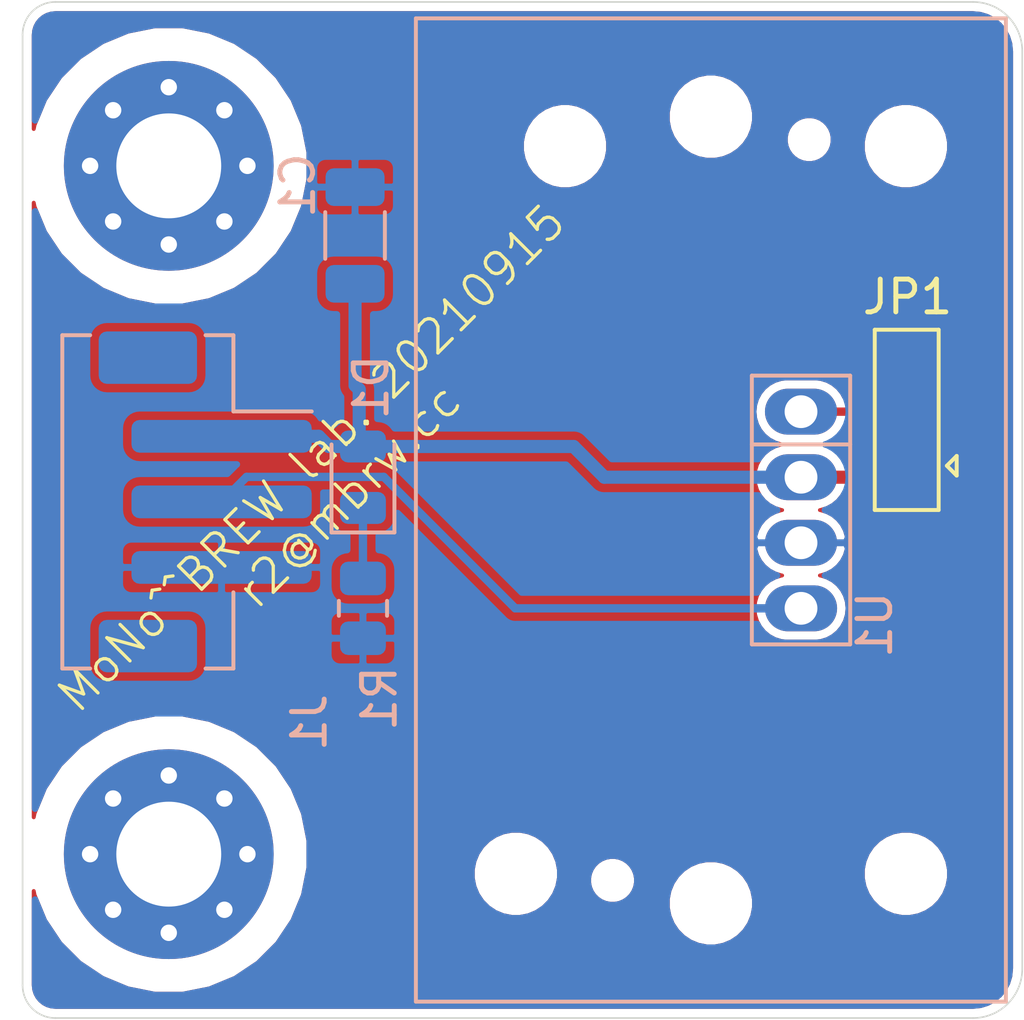
<source format=kicad_pcb>
(kicad_pcb (version 20171130) (host pcbnew 5.1.10)

  (general
    (thickness 1.6)
    (drawings 9)
    (tracks 24)
    (zones 0)
    (modules 8)
    (nets 6)
  )

  (page A4)
  (layers
    (0 F.Cu signal)
    (31 B.Cu signal)
    (32 B.Adhes user)
    (33 F.Adhes user)
    (34 B.Paste user)
    (35 F.Paste user)
    (36 B.SilkS user)
    (37 F.SilkS user)
    (38 B.Mask user)
    (39 F.Mask user)
    (40 Dwgs.User user)
    (41 Cmts.User user)
    (42 Eco1.User user)
    (43 Eco2.User user)
    (44 Edge.Cuts user)
    (45 Margin user)
    (46 B.CrtYd user)
    (47 F.CrtYd user)
    (48 B.Fab user)
    (49 F.Fab user)
  )

  (setup
    (last_trace_width 0.254)
    (trace_clearance 0.254)
    (zone_clearance 0.255)
    (zone_45_only no)
    (trace_min 0.1)
    (via_size 0.8)
    (via_drill 0.4)
    (via_min_size 0.4)
    (via_min_drill 0.3)
    (uvia_size 0.3)
    (uvia_drill 0.1)
    (uvias_allowed no)
    (uvia_min_size 0.2)
    (uvia_min_drill 0.1)
    (edge_width 0.05)
    (segment_width 0.2)
    (pcb_text_width 0.3)
    (pcb_text_size 1.5 1.5)
    (mod_edge_width 0.12)
    (mod_text_size 1 1)
    (mod_text_width 0.15)
    (pad_size 6.4 6.4)
    (pad_drill 3.2)
    (pad_to_mask_clearance 0.051)
    (solder_mask_min_width 0.25)
    (aux_axis_origin 81.4422 74.1574)
    (grid_origin 128.9422 99.1574)
    (visible_elements FFFFFF7F)
    (pcbplotparams
      (layerselection 0x010f0_ffffffff)
      (usegerberextensions false)
      (usegerberattributes false)
      (usegerberadvancedattributes false)
      (creategerberjobfile false)
      (excludeedgelayer false)
      (linewidth 0.100000)
      (plotframeref false)
      (viasonmask false)
      (mode 1)
      (useauxorigin false)
      (hpglpennumber 1)
      (hpglpenspeed 20)
      (hpglpendiameter 15.000000)
      (psnegative false)
      (psa4output false)
      (plotreference true)
      (plotvalue true)
      (plotinvisibletext false)
      (padsonsilk false)
      (subtractmaskfromsilk false)
      (outputformat 1)
      (mirror false)
      (drillshape 0)
      (scaleselection 1)
      (outputdirectory "HOLDER_PRESSURE_SENSOR_20210915"))
  )

  (net 0 "")
  (net 1 /AOut_SDA)
  (net 2 /OCS_SCL)
  (net 3 GND)
  (net 4 +3V3)
  (net 5 "Net-(D1-Pad1)")

  (net_class Default "This is the default net class."
    (clearance 0.254)
    (trace_width 0.254)
    (via_dia 0.8)
    (via_drill 0.4)
    (uvia_dia 0.3)
    (uvia_drill 0.1)
    (add_net +3V3)
    (add_net /AOut_SDA)
    (add_net /OCS_SCL)
    (add_net GND)
    (add_net "Net-(D1-Pad1)")
  )

  (module Connector_JST:JST_PH_B3B-PH-SM4-TB_1x03-1MP_P2.00mm_Vertical (layer B.Cu) (tedit 5B78AD87) (tstamp 6142D972)
    (at 133.5142 83.4094 270)
    (descr "JST PH series connector, B3B-PH-SM4-TB (http://www.jst-mfg.com/product/pdf/eng/ePH.pdf), generated with kicad-footprint-generator")
    (tags "connector JST PH side entry")
    (path /61428593)
    (attr smd)
    (fp_text reference J1 (at 6.731 -3.175 90) (layer B.SilkS)
      (effects (font (size 1 1) (thickness 0.15)) (justify mirror))
    )
    (fp_text value Conn_01x03 (at 0 -4.45 90) (layer B.Fab)
      (effects (font (size 1 1) (thickness 0.15)) (justify mirror))
    )
    (fp_text user %R (at 0 1 90) (layer B.Fab)
      (effects (font (size 1 1) (thickness 0.15)) (justify mirror))
    )
    (fp_line (start -4.975 -0.75) (end 4.975 -0.75) (layer B.Fab) (width 0.1))
    (fp_line (start -5.085 -0.01) (end -5.085 -0.86) (layer B.SilkS) (width 0.12))
    (fp_line (start -5.085 -0.86) (end -2.76 -0.86) (layer B.SilkS) (width 0.12))
    (fp_line (start -2.76 -0.86) (end -2.76 -3.25) (layer B.SilkS) (width 0.12))
    (fp_line (start 5.085 -0.01) (end 5.085 -0.86) (layer B.SilkS) (width 0.12))
    (fp_line (start 5.085 -0.86) (end 2.76 -0.86) (layer B.SilkS) (width 0.12))
    (fp_line (start -5.085 3.51) (end -5.085 4.36) (layer B.SilkS) (width 0.12))
    (fp_line (start -5.085 4.36) (end 5.085 4.36) (layer B.SilkS) (width 0.12))
    (fp_line (start 5.085 4.36) (end 5.085 3.51) (layer B.SilkS) (width 0.12))
    (fp_line (start -4.975 4.25) (end 4.975 4.25) (layer B.Fab) (width 0.1))
    (fp_line (start -4.975 -0.75) (end -4.975 4.25) (layer B.Fab) (width 0.1))
    (fp_line (start 4.975 -0.75) (end 4.975 4.25) (layer B.Fab) (width 0.1))
    (fp_line (start -2.25 2.75) (end -2.25 2.25) (layer B.Fab) (width 0.1))
    (fp_line (start -2.25 2.25) (end -1.75 2.25) (layer B.Fab) (width 0.1))
    (fp_line (start -1.75 2.25) (end -1.75 2.75) (layer B.Fab) (width 0.1))
    (fp_line (start -1.75 2.75) (end -2.25 2.75) (layer B.Fab) (width 0.1))
    (fp_line (start -0.25 2.75) (end -0.25 2.25) (layer B.Fab) (width 0.1))
    (fp_line (start -0.25 2.25) (end 0.25 2.25) (layer B.Fab) (width 0.1))
    (fp_line (start 0.25 2.25) (end 0.25 2.75) (layer B.Fab) (width 0.1))
    (fp_line (start 0.25 2.75) (end -0.25 2.75) (layer B.Fab) (width 0.1))
    (fp_line (start 1.75 2.75) (end 1.75 2.25) (layer B.Fab) (width 0.1))
    (fp_line (start 1.75 2.25) (end 2.25 2.25) (layer B.Fab) (width 0.1))
    (fp_line (start 2.25 2.25) (end 2.25 2.75) (layer B.Fab) (width 0.1))
    (fp_line (start 2.25 2.75) (end 1.75 2.75) (layer B.Fab) (width 0.1))
    (fp_line (start -5.7 4.75) (end -5.7 -3.75) (layer B.CrtYd) (width 0.05))
    (fp_line (start -5.7 -3.75) (end 5.7 -3.75) (layer B.CrtYd) (width 0.05))
    (fp_line (start 5.7 -3.75) (end 5.7 4.75) (layer B.CrtYd) (width 0.05))
    (fp_line (start 5.7 4.75) (end -5.7 4.75) (layer B.CrtYd) (width 0.05))
    (fp_line (start -2.5 -0.75) (end -2 -0.042893) (layer B.Fab) (width 0.1))
    (fp_line (start -2 -0.042893) (end -1.5 -0.75) (layer B.Fab) (width 0.1))
    (pad MP smd roundrect (at 4.4 1.75 270) (size 1.6 3) (layers B.Cu B.Paste B.Mask) (roundrect_rratio 0.15625))
    (pad MP smd roundrect (at -4.4 1.75 270) (size 1.6 3) (layers B.Cu B.Paste B.Mask) (roundrect_rratio 0.15625))
    (pad 3 smd roundrect (at 2 -0.5 270) (size 1 5.5) (layers B.Cu B.Paste B.Mask) (roundrect_rratio 0.25)
      (net 3 GND))
    (pad 2 smd roundrect (at 0 -0.5 270) (size 1 5.5) (layers B.Cu B.Paste B.Mask) (roundrect_rratio 0.25)
      (net 1 /AOut_SDA))
    (pad 1 smd roundrect (at -2 -0.5 270) (size 1 5.5) (layers B.Cu B.Paste B.Mask) (roundrect_rratio 0.25)
      (net 4 +3V3))
    (model ${KISYS3DMOD}/Connector_JST.3dshapes/JST_PH_B3B-PH-SM4-TB_1x03-1MP_P2.00mm_Vertical.wrl
      (at (xyz 0 0 0))
      (scale (xyz 1 1 1))
      (rotate (xyz 0 0 0))
    )
  )

  (module Resistor_SMD:R_0805_2012Metric (layer B.Cu) (tedit 5F68FEEE) (tstamp 5FEBFBEC)
    (at 138.3272 86.6574 270)
    (descr "Resistor SMD 0805 (2012 Metric), square (rectangular) end terminal, IPC_7351 nominal, (Body size source: IPC-SM-782 page 72, https://www.pcb-3d.com/wordpress/wp-content/uploads/ipc-sm-782a_amendment_1_and_2.pdf), generated with kicad-footprint-generator")
    (tags resistor)
    (path /5FEC8504)
    (attr smd)
    (fp_text reference R1 (at 2.75 -0.5 90) (layer B.SilkS)
      (effects (font (size 1 1) (thickness 0.15)) (justify mirror))
    )
    (fp_text value 150R (at 0 -1.65 90) (layer B.Fab)
      (effects (font (size 1 1) (thickness 0.15)) (justify mirror))
    )
    (fp_line (start -1 -0.625) (end -1 0.625) (layer B.Fab) (width 0.1))
    (fp_line (start -1 0.625) (end 1 0.625) (layer B.Fab) (width 0.1))
    (fp_line (start 1 0.625) (end 1 -0.625) (layer B.Fab) (width 0.1))
    (fp_line (start 1 -0.625) (end -1 -0.625) (layer B.Fab) (width 0.1))
    (fp_line (start -0.227064 0.735) (end 0.227064 0.735) (layer B.SilkS) (width 0.12))
    (fp_line (start -0.227064 -0.735) (end 0.227064 -0.735) (layer B.SilkS) (width 0.12))
    (fp_line (start -1.68 -0.95) (end -1.68 0.95) (layer B.CrtYd) (width 0.05))
    (fp_line (start -1.68 0.95) (end 1.68 0.95) (layer B.CrtYd) (width 0.05))
    (fp_line (start 1.68 0.95) (end 1.68 -0.95) (layer B.CrtYd) (width 0.05))
    (fp_line (start 1.68 -0.95) (end -1.68 -0.95) (layer B.CrtYd) (width 0.05))
    (fp_text user %R (at 0 0 90) (layer B.Fab)
      (effects (font (size 0.5 0.5) (thickness 0.08)) (justify mirror))
    )
    (pad 2 smd roundrect (at 0.9125 0 270) (size 1.025 1.4) (layers B.Cu B.Paste B.Mask) (roundrect_rratio 0.2439004878048781)
      (net 3 GND))
    (pad 1 smd roundrect (at -0.9125 0 270) (size 1.025 1.4) (layers B.Cu B.Paste B.Mask) (roundrect_rratio 0.2439004878048781)
      (net 5 "Net-(D1-Pad1)"))
    (model ${KISYS3DMOD}/Resistor_SMD.3dshapes/R_0805_2012Metric.wrl
      (at (xyz 0 0 0))
      (scale (xyz 1 1 1))
      (rotate (xyz 0 0 0))
    )
  )

  (module LED_SMD:LED_0805_2012Metric (layer B.Cu) (tedit 5F68FEF1) (tstamp 5FEBFB21)
    (at 138.3272 82.6574 90)
    (descr "LED SMD 0805 (2012 Metric), square (rectangular) end terminal, IPC_7351 nominal, (Body size source: https://docs.google.com/spreadsheets/d/1BsfQQcO9C6DZCsRaXUlFlo91Tg2WpOkGARC1WS5S8t0/edit?usp=sharing), generated with kicad-footprint-generator")
    (tags LED)
    (path /5FEC7B2D)
    (attr smd)
    (fp_text reference D1 (at 2.75 0.25 90) (layer B.SilkS)
      (effects (font (size 1 1) (thickness 0.15)) (justify mirror))
    )
    (fp_text value LED (at 0 -1.65 90) (layer B.Fab)
      (effects (font (size 1 1) (thickness 0.15)) (justify mirror))
    )
    (fp_line (start 1 0.6) (end -0.7 0.6) (layer B.Fab) (width 0.1))
    (fp_line (start -0.7 0.6) (end -1 0.3) (layer B.Fab) (width 0.1))
    (fp_line (start -1 0.3) (end -1 -0.6) (layer B.Fab) (width 0.1))
    (fp_line (start -1 -0.6) (end 1 -0.6) (layer B.Fab) (width 0.1))
    (fp_line (start 1 -0.6) (end 1 0.6) (layer B.Fab) (width 0.1))
    (fp_line (start 1 0.96) (end -1.685 0.96) (layer B.SilkS) (width 0.12))
    (fp_line (start -1.685 0.96) (end -1.685 -0.96) (layer B.SilkS) (width 0.12))
    (fp_line (start -1.685 -0.96) (end 1 -0.96) (layer B.SilkS) (width 0.12))
    (fp_line (start -1.68 -0.95) (end -1.68 0.95) (layer B.CrtYd) (width 0.05))
    (fp_line (start -1.68 0.95) (end 1.68 0.95) (layer B.CrtYd) (width 0.05))
    (fp_line (start 1.68 0.95) (end 1.68 -0.95) (layer B.CrtYd) (width 0.05))
    (fp_line (start 1.68 -0.95) (end -1.68 -0.95) (layer B.CrtYd) (width 0.05))
    (fp_text user %R (at 0 0 90) (layer B.Fab)
      (effects (font (size 0.5 0.5) (thickness 0.08)) (justify mirror))
    )
    (pad 2 smd roundrect (at 0.9375 0 90) (size 0.975 1.4) (layers B.Cu B.Paste B.Mask) (roundrect_rratio 0.25)
      (net 4 +3V3))
    (pad 1 smd roundrect (at -0.9375 0 90) (size 0.975 1.4) (layers B.Cu B.Paste B.Mask) (roundrect_rratio 0.25)
      (net 5 "Net-(D1-Pad1)"))
    (model ${KISYS3DMOD}/LED_SMD.3dshapes/LED_0805_2012Metric.wrl
      (at (xyz 0 0 0))
      (scale (xyz 1 1 1))
      (rotate (xyz 0 0 0))
    )
  )

  (module RESPIRECO:SDP80x (layer B.Cu) (tedit 5FE89EFF) (tstamp 5FE8CDCA)
    (at 148.9422 83.6574 270)
    (descr "Low cost pressure sensor (for filter)")
    (tags "pressure, sensor, filter")
    (path /5DE6F1CB)
    (fp_text reference U1 (at 3.5 -5 270) (layer B.SilkS)
      (effects (font (size 1 1) (thickness 0.15)) (justify mirror))
    )
    (fp_text value SDP8xx-ANALOG (at 0 -0.25 270) (layer B.Fab)
      (effects (font (size 1 1) (thickness 0.15)) (justify mirror))
    )
    (fp_line (start -4.1 -1.25) (end 4.1 -1.25) (layer B.SilkS) (width 0.12))
    (fp_line (start 4.1 -1.25) (end 4.1 -4.25) (layer B.SilkS) (width 0.12))
    (fp_line (start 4.1 -4.25) (end -4.1 -4.25) (layer B.SilkS) (width 0.12))
    (fp_line (start -4.1 -4.25) (end -4.1 -1.25) (layer B.SilkS) (width 0.12))
    (fp_line (start -2 -1.25) (end -2 -4.25) (layer B.SilkS) (width 0.12))
    (fp_line (start -3.85 -1.5) (end 3.85 -1.5) (layer B.CrtYd) (width 0.05))
    (fp_line (start 3.85 -1.5) (end 3.85 -4) (layer B.CrtYd) (width 0.05))
    (fp_line (start 3.85 -4) (end -3.85 -4) (layer B.CrtYd) (width 0.05))
    (fp_line (start -3.85 -4) (end -3.85 -1.5) (layer B.CrtYd) (width 0.05))
    (fp_line (start 15 9) (end 15 -9) (layer B.SilkS) (width 0.12))
    (fp_line (start 15 -9) (end -15 -9) (layer B.SilkS) (width 0.12))
    (fp_line (start -15 -9) (end -15 9) (layer B.SilkS) (width 0.12))
    (fp_line (start -15 9) (end 15 9) (layer B.SilkS) (width 0.12))
    (fp_line (start -15.5 9.5) (end 15.5 9.5) (layer B.CrtYd) (width 0.12))
    (fp_line (start 15.5 9.5) (end 15.5 -9.5) (layer B.CrtYd) (width 0.12))
    (fp_line (start 15.5 -9.5) (end -15.5 -9.5) (layer B.CrtYd) (width 0.12))
    (fp_line (start -15.5 -9.5) (end -15.5 9.5) (layer B.CrtYd) (width 0.12))
    (pad 1 thru_hole oval (at -3 -2.75 270) (size 1.4 2.2) (drill 1) (layers *.Cu *.Mask)
      (net 2 /OCS_SCL))
    (pad 2 thru_hole oval (at -1 -2.75 270) (size 1.4 2.2) (drill 1) (layers *.Cu *.Mask)
      (net 4 +3V3))
    (pad 3 thru_hole oval (at 1 -2.75 270) (size 1.4 2.2) (drill 1) (layers *.Cu *.Mask)
      (net 3 GND))
    (pad 4 thru_hole oval (at 3 -2.75 270) (size 1.4 2.2) (drill 1) (layers *.Cu *.Mask)
      (net 1 /AOut_SDA))
    (pad "" np_thru_hole circle (at -11.1 -5.95 270) (size 2 2) (drill 2) (layers *.Cu *.Mask))
    (pad "" np_thru_hole circle (at -11.1 4.45 270) (size 2 2) (drill 2) (layers *.Cu *.Mask))
    (pad "" np_thru_hole circle (at 11.1 5.95 270) (size 2 2) (drill 2) (layers *.Cu *.Mask))
    (pad "" np_thru_hole circle (at 11.1 -5.95 270) (size 2 2) (drill 2) (layers *.Cu *.Mask))
    (pad "" np_thru_hole circle (at -11.3 -3 270) (size 0.8 0.8) (drill 0.8) (layers *.Cu *.Mask))
    (pad "" np_thru_hole circle (at -12 0 270) (size 2 2) (drill 2) (layers *.Cu *.Mask))
    (pad "" np_thru_hole circle (at 11.3 3 270) (size 0.8 0.8) (drill 0.8) (layers *.Cu *.Mask))
    (pad "" np_thru_hole circle (at 12 0 270) (size 2 2) (drill 2) (layers *.Cu *.Mask))
  )

  (module MountingHole:MountingHole_3.2mm_M3_Pad_Via (layer F.Cu) (tedit 5FE89FDF) (tstamp 6142DF81)
    (at 132.4022 94.1574)
    (descr "Mounting Hole 3.2mm, M3")
    (tags "mounting hole 3.2mm m3")
    (path /5FEE4792)
    (attr virtual)
    (fp_text reference H2 (at 0 -4.2) (layer F.SilkS) hide
      (effects (font (size 1 1) (thickness 0.15)))
    )
    (fp_text value MountingHole (at 0 4.2) (layer F.Fab)
      (effects (font (size 1 1) (thickness 0.15)))
    )
    (fp_circle (center 0 0) (end 3.45 0) (layer F.CrtYd) (width 0.05))
    (fp_circle (center 0 0) (end 3.2 0) (layer Cmts.User) (width 0.15))
    (fp_text user %R (at 0.3 0) (layer F.Fab)
      (effects (font (size 1 1) (thickness 0.15)))
    )
    (pad 1 thru_hole circle (at 1.697056 -1.697056) (size 0.8 0.8) (drill 0.5) (layers *.Cu *.Mask))
    (pad 1 thru_hole circle (at 0 -2.4) (size 0.8 0.8) (drill 0.5) (layers *.Cu *.Mask))
    (pad 1 thru_hole circle (at -1.697056 -1.697056) (size 0.8 0.8) (drill 0.5) (layers *.Cu *.Mask))
    (pad 1 thru_hole circle (at -2.4 0) (size 0.8 0.8) (drill 0.5) (layers *.Cu *.Mask))
    (pad 1 thru_hole circle (at -1.697056 1.697056) (size 0.8 0.8) (drill 0.5) (layers *.Cu *.Mask))
    (pad 1 thru_hole circle (at 0 2.4) (size 0.8 0.8) (drill 0.5) (layers *.Cu *.Mask))
    (pad 1 thru_hole circle (at 1.697056 1.697056) (size 0.8 0.8) (drill 0.5) (layers *.Cu *.Mask))
    (pad 1 thru_hole circle (at 2.4 0) (size 0.8 0.8) (drill 0.5) (layers *.Cu *.Mask))
    (pad 1 thru_hole circle (at 0 0) (size 6.4 6.4) (drill 3.2) (layers *.Cu *.Mask)
      (clearance 1))
  )

  (module MountingHole:MountingHole_3.2mm_M3_Pad_Via (layer F.Cu) (tedit 5FE89FC7) (tstamp 6142DFAE)
    (at 132.4022 73.1574)
    (descr "Mounting Hole 3.2mm, M3")
    (tags "mounting hole 3.2mm m3")
    (path /5FEE46CE)
    (attr virtual)
    (fp_text reference H1 (at 0 -4.2) (layer F.SilkS) hide
      (effects (font (size 1 1) (thickness 0.15)))
    )
    (fp_text value MountingHole (at 0 4.2) (layer F.Fab)
      (effects (font (size 1 1) (thickness 0.15)))
    )
    (fp_circle (center 0 0) (end 3.45 0) (layer F.CrtYd) (width 0.05))
    (fp_circle (center 0 0) (end 3.2 0) (layer Cmts.User) (width 0.15))
    (fp_text user %R (at 0.3 0) (layer F.Fab)
      (effects (font (size 1 1) (thickness 0.15)))
    )
    (pad 1 thru_hole circle (at 1.697056 -1.697056) (size 0.8 0.8) (drill 0.5) (layers *.Cu *.Mask))
    (pad 1 thru_hole circle (at 0 -2.4) (size 0.8 0.8) (drill 0.5) (layers *.Cu *.Mask))
    (pad 1 thru_hole circle (at -1.697056 -1.697056) (size 0.8 0.8) (drill 0.5) (layers *.Cu *.Mask))
    (pad 1 thru_hole circle (at -2.4 0) (size 0.8 0.8) (drill 0.5) (layers *.Cu *.Mask))
    (pad 1 thru_hole circle (at -1.697056 1.697056) (size 0.8 0.8) (drill 0.5) (layers *.Cu *.Mask))
    (pad 1 thru_hole circle (at 0 2.4) (size 0.8 0.8) (drill 0.5) (layers *.Cu *.Mask))
    (pad 1 thru_hole circle (at 1.697056 1.697056) (size 0.8 0.8) (drill 0.5) (layers *.Cu *.Mask))
    (pad 1 thru_hole circle (at 2.4 0) (size 0.8 0.8) (drill 0.5) (layers *.Cu *.Mask))
    (pad 1 thru_hole circle (at 0 0) (size 6.4 6.4) (drill 3.2) (layers *.Cu *.Mask)
      (clearance 1))
  )

  (module Jumper:SolderJumper-3_P2.0mm_Open_TrianglePad1.0x1.5mm (layer F.Cu) (tedit 5FE89D97) (tstamp 5FE8FBFE)
    (at 154.9422 80.9074 90)
    (descr "SMD Solder Jumper, 1x1.5mm Triangular Pads, 0.3mm gap, open")
    (tags "solder jumper open")
    (path /5FECF4EE)
    (attr virtual)
    (fp_text reference JP1 (at 3.75 0 180) (layer F.SilkS)
      (effects (font (size 1 1) (thickness 0.15)))
    )
    (fp_text value SolderJumper_3_Open (at 0.725 1.925 90) (layer F.Fab)
      (effects (font (size 1 1) (thickness 0.15)))
    )
    (fp_line (start -1.1 1.5) (end -1.4 1.2) (layer F.SilkS) (width 0.12))
    (fp_line (start -1.7 1.5) (end -1.1 1.5) (layer F.SilkS) (width 0.12))
    (fp_line (start -1.4 1.2) (end -1.7 1.5) (layer F.SilkS) (width 0.12))
    (fp_line (start -2.75 0.95) (end -2.75 -1) (layer F.SilkS) (width 0.12))
    (fp_line (start 2.75 0.95) (end -2.75 0.95) (layer F.SilkS) (width 0.12))
    (fp_line (start 2.75 -1) (end 2.75 0.95) (layer F.SilkS) (width 0.12))
    (fp_line (start -2.75 -1) (end 2.75 -1) (layer F.SilkS) (width 0.12))
    (fp_line (start -2.98 -1.27) (end 3 -1.27) (layer F.CrtYd) (width 0.05))
    (fp_line (start -2.98 -1.27) (end -2.98 1.25) (layer F.CrtYd) (width 0.05))
    (fp_line (start 3 1.25) (end 3 -1.27) (layer F.CrtYd) (width 0.05))
    (fp_line (start 3 1.25) (end -2.98 1.25) (layer F.CrtYd) (width 0.05))
    (pad "" smd rect (at 1.2 0 90) (size 1.5 1.5) (layers F.Mask))
    (pad "" smd rect (at -1.2 0 90) (size 1.5 1.5) (layers F.Mask)
      (net 4 +3V3))
    (pad 1 smd custom (at -2 0 90) (size 0.3 0.3) (layers F.Cu F.Mask)
      (net 4 +3V3) (zone_connect 2)
      (options (clearance outline) (anchor rect))
      (primitives
        (gr_poly (pts
           (xy -0.5 -0.75) (xy 0.5 -0.75) (xy 1 0) (xy 0.5 0.75) (xy -0.5 0.75)
) (width 0))
      ))
    (pad 2 smd custom (at 0 0 90) (size 0.3 0.3) (layers F.Cu)
      (net 2 /OCS_SCL) (zone_connect 2)
      (options (clearance outline) (anchor rect))
      (primitives
        (gr_poly (pts
           (xy -1.2 -0.75) (xy 1.2 -0.75) (xy 0.7 0) (xy 1.2 0.75) (xy -1.2 0.75)
           (xy -0.7 0)) (width 0))
      ))
    (pad 3 smd custom (at 2 0 270) (size 0.3 0.3) (layers F.Cu F.Mask)
      (net 3 GND) (zone_connect 0)
      (options (clearance outline) (anchor rect))
      (primitives
        (gr_poly (pts
           (xy -0.5 -0.75) (xy 0.5 -0.75) (xy 1 0) (xy 0.5 0.75) (xy -0.5 0.75)
) (width 0))
      ))
  )

  (module Capacitor_SMD:C_1206_3216Metric (layer B.Cu) (tedit 5F68FEEE) (tstamp 6142DF13)
    (at 138.0862 75.2814 90)
    (descr "Capacitor SMD 1206 (3216 Metric), square (rectangular) end terminal, IPC_7351 nominal, (Body size source: IPC-SM-782 page 76, https://www.pcb-3d.com/wordpress/wp-content/uploads/ipc-sm-782a_amendment_1_and_2.pdf), generated with kicad-footprint-generator")
    (tags capacitor)
    (path /5FED0678)
    (attr smd)
    (fp_text reference C1 (at 1.525 -1.75 90) (layer B.SilkS)
      (effects (font (size 1 1) (thickness 0.15)) (justify mirror))
    )
    (fp_text value C (at 0 -1.85 90) (layer B.Fab)
      (effects (font (size 1 1) (thickness 0.15)) (justify mirror))
    )
    (fp_line (start 2.3 -1.15) (end -2.3 -1.15) (layer B.CrtYd) (width 0.05))
    (fp_line (start 2.3 1.15) (end 2.3 -1.15) (layer B.CrtYd) (width 0.05))
    (fp_line (start -2.3 1.15) (end 2.3 1.15) (layer B.CrtYd) (width 0.05))
    (fp_line (start -2.3 -1.15) (end -2.3 1.15) (layer B.CrtYd) (width 0.05))
    (fp_line (start -0.711252 -0.91) (end 0.711252 -0.91) (layer B.SilkS) (width 0.12))
    (fp_line (start -0.711252 0.91) (end 0.711252 0.91) (layer B.SilkS) (width 0.12))
    (fp_line (start 1.6 -0.8) (end -1.6 -0.8) (layer B.Fab) (width 0.1))
    (fp_line (start 1.6 0.8) (end 1.6 -0.8) (layer B.Fab) (width 0.1))
    (fp_line (start -1.6 0.8) (end 1.6 0.8) (layer B.Fab) (width 0.1))
    (fp_line (start -1.6 -0.8) (end -1.6 0.8) (layer B.Fab) (width 0.1))
    (fp_text user %R (at 0 0 90) (layer B.Fab)
      (effects (font (size 0.8 0.8) (thickness 0.12)) (justify mirror))
    )
    (pad 2 smd roundrect (at 1.475 0 90) (size 1.15 1.8) (layers B.Cu B.Paste B.Mask) (roundrect_rratio 0.2173904347826087)
      (net 3 GND))
    (pad 1 smd roundrect (at -1.475 0 90) (size 1.15 1.8) (layers B.Cu B.Paste B.Mask) (roundrect_rratio 0.2173904347826087)
      (net 4 +3V3))
    (model ${KISYS3DMOD}/Capacitor_SMD.3dshapes/C_1206_3216Metric.wrl
      (at (xyz 0 0 0))
      (scale (xyz 1 1 1))
      (rotate (xyz 0 0 0))
    )
  )

  (gr_text "MoNo^^BREW lab. 20210915\nr2@mbrw.cc" (at 137.3242 82.6474 45) (layer F.SilkS)
    (effects (font (size 1 1) (thickness 0.1)))
  )
  (gr_arc (start 128.9422 98.1574) (end 127.9422 98.1574) (angle -90) (layer Edge.Cuts) (width 0.05))
  (gr_arc (start 128.9422 69.1574) (end 128.9422 68.1574) (angle -90) (layer Edge.Cuts) (width 0.05))
  (gr_arc (start 156.9422 97.6574) (end 156.9422 99.1574) (angle -90) (layer Edge.Cuts) (width 0.05))
  (gr_arc (start 156.9422 69.6574) (end 158.4422 69.6574) (angle -90) (layer Edge.Cuts) (width 0.05))
  (gr_line (start 158.4422 97.6574) (end 158.4422 69.6574) (layer Edge.Cuts) (width 0.05) (tstamp 5FE8D451))
  (gr_line (start 128.9422 99.1574) (end 156.9422 99.1574) (layer Edge.Cuts) (width 0.05))
  (gr_line (start 127.9422 69.1574) (end 127.9422 98.1574) (layer Edge.Cuts) (width 0.05))
  (gr_line (start 156.9422 68.1574) (end 128.9422 68.1574) (layer Edge.Cuts) (width 0.05))

  (segment (start 142.973246 86.6574) (end 151.6922 86.6574) (width 0.254) (layer B.Cu) (net 1))
  (segment (start 138.963246 82.6474) (end 142.973246 86.6574) (width 0.254) (layer B.Cu) (net 1))
  (segment (start 134.7762 82.6474) (end 138.963246 82.6474) (width 0.254) (layer B.Cu) (net 1))
  (segment (start 134.0142 83.4094) (end 134.7762 82.6474) (width 0.254) (layer B.Cu) (net 1))
  (segment (start 153.6922 80.9074) (end 154.9422 80.9074) (width 0.254) (layer F.Cu) (net 2))
  (segment (start 153.4422 80.6574) (end 153.6922 80.9074) (width 0.254) (layer F.Cu) (net 2))
  (segment (start 151.6922 80.6574) (end 153.4422 80.6574) (width 0.254) (layer F.Cu) (net 2))
  (segment (start 154.9422 78.9074) (end 154.9422 77.6574) (width 0.254) (layer F.Cu) (net 3))
  (segment (start 154.9422 78.9074) (end 153.4422 78.9074) (width 0.254) (layer F.Cu) (net 3))
  (segment (start 154.9422 78.9074) (end 156.4422 78.9074) (width 0.254) (layer F.Cu) (net 3))
  (segment (start 151.6922 82.6574) (end 153.4422 82.6574) (width 0.4) (layer F.Cu) (net 4))
  (segment (start 153.6922 82.9074) (end 154.9422 82.9074) (width 0.4) (layer F.Cu) (net 4))
  (segment (start 153.4422 82.6574) (end 153.6922 82.9074) (width 0.4) (layer F.Cu) (net 4))
  (segment (start 134.0142 81.4094) (end 136.9752 81.4094) (width 0.4) (layer B.Cu) (net 4))
  (segment (start 137.2857 81.7199) (end 138.3272 81.7199) (width 0.4) (layer B.Cu) (net 4))
  (segment (start 136.9752 81.4094) (end 137.2857 81.7199) (width 0.4) (layer B.Cu) (net 4))
  (segment (start 145.6922 82.6574) (end 151.6922 82.6574) (width 0.4) (layer B.Cu) (net 4))
  (segment (start 144.7547 81.7199) (end 145.6922 82.6574) (width 0.4) (layer B.Cu) (net 4))
  (segment (start 138.4287 81.7199) (end 144.7547 81.7199) (width 0.4) (layer B.Cu) (net 4))
  (segment (start 138.2132 81.5044) (end 138.4287 81.7199) (width 0.4) (layer B.Cu) (net 4))
  (segment (start 138.2132 79.9804) (end 138.2132 81.5044) (width 0.4) (layer B.Cu) (net 4))
  (segment (start 138.0862 79.8534) (end 138.2132 79.9804) (width 0.4) (layer B.Cu) (net 4))
  (segment (start 138.0862 76.6784) (end 138.0862 79.8534) (width 0.4) (layer B.Cu) (net 4))
  (segment (start 138.3272 83.5949) (end 138.3272 85.7449) (width 0.254) (layer B.Cu) (net 5))

  (zone (net 3) (net_name GND) (layer F.Cu) (tstamp 6142EAC6) (hatch edge 0.508)
    (connect_pads (clearance 0.255))
    (min_thickness 0.12)
    (fill yes (arc_segments 32) (thermal_gap 0.255) (thermal_bridge_width 0.127))
    (polygon
      (pts
        (xy 158.4422 99.1574) (xy 127.9422 99.1574) (xy 127.9422 68.1574) (xy 158.4422 68.1574)
      )
    )
    (filled_polygon
      (pts
        (xy 157.167192 68.521091) (xy 157.383622 68.586435) (xy 157.583231 68.692568) (xy 157.758425 68.835454) (xy 157.902533 69.00965)
        (xy 158.010057 69.208512) (xy 158.07691 69.424477) (xy 158.102201 69.665104) (xy 158.1022 97.640775) (xy 158.078509 97.882396)
        (xy 158.013166 98.098821) (xy 157.90703 98.298432) (xy 157.764146 98.473625) (xy 157.58995 98.617733) (xy 157.391088 98.725257)
        (xy 157.175123 98.79211) (xy 156.934497 98.8174) (xy 128.958826 98.8174) (xy 128.814326 98.803231) (xy 128.691312 98.766091)
        (xy 128.577864 98.70577) (xy 128.478291 98.624561) (xy 128.396387 98.525556) (xy 128.335274 98.412529) (xy 128.297277 98.289781)
        (xy 128.2822 98.146336) (xy 128.2822 95.280798) (xy 128.30591 95.399996) (xy 128.627037 96.175267) (xy 129.093242 96.872992)
        (xy 129.686608 97.466358) (xy 130.384333 97.932563) (xy 131.159604 98.25369) (xy 131.982627 98.4174) (xy 132.821773 98.4174)
        (xy 133.644796 98.25369) (xy 134.420067 97.932563) (xy 135.117792 97.466358) (xy 135.711158 96.872992) (xy 136.177363 96.175267)
        (xy 136.49849 95.399996) (xy 136.652073 94.627884) (xy 141.6772 94.627884) (xy 141.6772 94.886916) (xy 141.727734 95.140971)
        (xy 141.826862 95.380286) (xy 141.970773 95.595664) (xy 142.153936 95.778827) (xy 142.369314 95.922738) (xy 142.608629 96.021866)
        (xy 142.862684 96.0724) (xy 143.121716 96.0724) (xy 143.375771 96.021866) (xy 143.615086 95.922738) (xy 143.830464 95.778827)
        (xy 144.013627 95.595664) (xy 144.157538 95.380286) (xy 144.256666 95.140971) (xy 144.307187 94.886979) (xy 145.2272 94.886979)
        (xy 145.2272 95.027821) (xy 145.254677 95.165958) (xy 145.308575 95.29608) (xy 145.386823 95.413186) (xy 145.486414 95.512777)
        (xy 145.60352 95.591025) (xy 145.733642 95.644923) (xy 145.871779 95.6724) (xy 146.012621 95.6724) (xy 146.150758 95.644923)
        (xy 146.28088 95.591025) (xy 146.375376 95.527884) (xy 147.6272 95.527884) (xy 147.6272 95.786916) (xy 147.677734 96.040971)
        (xy 147.776862 96.280286) (xy 147.920773 96.495664) (xy 148.103936 96.678827) (xy 148.319314 96.822738) (xy 148.558629 96.921866)
        (xy 148.812684 96.9724) (xy 149.071716 96.9724) (xy 149.325771 96.921866) (xy 149.565086 96.822738) (xy 149.780464 96.678827)
        (xy 149.963627 96.495664) (xy 150.107538 96.280286) (xy 150.206666 96.040971) (xy 150.2572 95.786916) (xy 150.2572 95.527884)
        (xy 150.206666 95.273829) (xy 150.107538 95.034514) (xy 149.963627 94.819136) (xy 149.780464 94.635973) (xy 149.768358 94.627884)
        (xy 153.5772 94.627884) (xy 153.5772 94.886916) (xy 153.627734 95.140971) (xy 153.726862 95.380286) (xy 153.870773 95.595664)
        (xy 154.053936 95.778827) (xy 154.269314 95.922738) (xy 154.508629 96.021866) (xy 154.762684 96.0724) (xy 155.021716 96.0724)
        (xy 155.275771 96.021866) (xy 155.515086 95.922738) (xy 155.730464 95.778827) (xy 155.913627 95.595664) (xy 156.057538 95.380286)
        (xy 156.156666 95.140971) (xy 156.2072 94.886916) (xy 156.2072 94.627884) (xy 156.156666 94.373829) (xy 156.057538 94.134514)
        (xy 155.913627 93.919136) (xy 155.730464 93.735973) (xy 155.515086 93.592062) (xy 155.275771 93.492934) (xy 155.021716 93.4424)
        (xy 154.762684 93.4424) (xy 154.508629 93.492934) (xy 154.269314 93.592062) (xy 154.053936 93.735973) (xy 153.870773 93.919136)
        (xy 153.726862 94.134514) (xy 153.627734 94.373829) (xy 153.5772 94.627884) (xy 149.768358 94.627884) (xy 149.565086 94.492062)
        (xy 149.325771 94.392934) (xy 149.071716 94.3424) (xy 148.812684 94.3424) (xy 148.558629 94.392934) (xy 148.319314 94.492062)
        (xy 148.103936 94.635973) (xy 147.920773 94.819136) (xy 147.776862 95.034514) (xy 147.677734 95.273829) (xy 147.6272 95.527884)
        (xy 146.375376 95.527884) (xy 146.397986 95.512777) (xy 146.497577 95.413186) (xy 146.575825 95.29608) (xy 146.629723 95.165958)
        (xy 146.6572 95.027821) (xy 146.6572 94.886979) (xy 146.629723 94.748842) (xy 146.575825 94.61872) (xy 146.497577 94.501614)
        (xy 146.397986 94.402023) (xy 146.28088 94.323775) (xy 146.150758 94.269877) (xy 146.012621 94.2424) (xy 145.871779 94.2424)
        (xy 145.733642 94.269877) (xy 145.60352 94.323775) (xy 145.486414 94.402023) (xy 145.386823 94.501614) (xy 145.308575 94.61872)
        (xy 145.254677 94.748842) (xy 145.2272 94.886979) (xy 144.307187 94.886979) (xy 144.3072 94.886916) (xy 144.3072 94.627884)
        (xy 144.256666 94.373829) (xy 144.157538 94.134514) (xy 144.013627 93.919136) (xy 143.830464 93.735973) (xy 143.615086 93.592062)
        (xy 143.375771 93.492934) (xy 143.121716 93.4424) (xy 142.862684 93.4424) (xy 142.608629 93.492934) (xy 142.369314 93.592062)
        (xy 142.153936 93.735973) (xy 141.970773 93.919136) (xy 141.826862 94.134514) (xy 141.727734 94.373829) (xy 141.6772 94.627884)
        (xy 136.652073 94.627884) (xy 136.6622 94.576973) (xy 136.6622 93.737827) (xy 136.49849 92.914804) (xy 136.177363 92.139533)
        (xy 135.711158 91.441808) (xy 135.117792 90.848442) (xy 134.420067 90.382237) (xy 133.644796 90.06111) (xy 132.821773 89.8974)
        (xy 131.982627 89.8974) (xy 131.159604 90.06111) (xy 130.384333 90.382237) (xy 129.686608 90.848442) (xy 129.093242 91.441808)
        (xy 128.627037 92.139533) (xy 128.30591 92.914804) (xy 128.2822 93.034002) (xy 128.2822 86.6574) (xy 150.272289 86.6574)
        (xy 150.291886 86.856375) (xy 150.349925 87.047703) (xy 150.444175 87.224032) (xy 150.571014 87.378586) (xy 150.725568 87.505425)
        (xy 150.901897 87.599675) (xy 151.093225 87.657714) (xy 151.242337 87.6724) (xy 152.142063 87.6724) (xy 152.291175 87.657714)
        (xy 152.482503 87.599675) (xy 152.658832 87.505425) (xy 152.813386 87.378586) (xy 152.940225 87.224032) (xy 153.034475 87.047703)
        (xy 153.092514 86.856375) (xy 153.112111 86.6574) (xy 153.092514 86.458425) (xy 153.034475 86.267097) (xy 152.940225 86.090768)
        (xy 152.813386 85.936214) (xy 152.658832 85.809375) (xy 152.482503 85.715125) (xy 152.291175 85.657086) (xy 152.26813 85.654816)
        (xy 152.293649 85.652214) (xy 152.483857 85.593798) (xy 152.659014 85.499397) (xy 152.812388 85.372638) (xy 152.938086 85.218393)
        (xy 153.031277 85.04259) (xy 153.08838 84.851984) (xy 153.09415 84.819637) (xy 153.028443 84.6609) (xy 151.6957 84.6609)
        (xy 151.6957 84.6809) (xy 151.6887 84.6809) (xy 151.6887 84.6609) (xy 150.355957 84.6609) (xy 150.29025 84.819637)
        (xy 150.29602 84.851984) (xy 150.353123 85.04259) (xy 150.446314 85.218393) (xy 150.572012 85.372638) (xy 150.725386 85.499397)
        (xy 150.900543 85.593798) (xy 151.090751 85.652214) (xy 151.11627 85.654816) (xy 151.093225 85.657086) (xy 150.901897 85.715125)
        (xy 150.725568 85.809375) (xy 150.571014 85.936214) (xy 150.444175 86.090768) (xy 150.349925 86.267097) (xy 150.291886 86.458425)
        (xy 150.272289 86.6574) (xy 128.2822 86.6574) (xy 128.2822 80.6574) (xy 150.272289 80.6574) (xy 150.291886 80.856375)
        (xy 150.349925 81.047703) (xy 150.444175 81.224032) (xy 150.571014 81.378586) (xy 150.725568 81.505425) (xy 150.901897 81.599675)
        (xy 151.09219 81.6574) (xy 150.901897 81.715125) (xy 150.725568 81.809375) (xy 150.571014 81.936214) (xy 150.444175 82.090768)
        (xy 150.349925 82.267097) (xy 150.291886 82.458425) (xy 150.272289 82.6574) (xy 150.291886 82.856375) (xy 150.349925 83.047703)
        (xy 150.444175 83.224032) (xy 150.571014 83.378586) (xy 150.725568 83.505425) (xy 150.901897 83.599675) (xy 151.093225 83.657714)
        (xy 151.11627 83.659984) (xy 151.090751 83.662586) (xy 150.900543 83.721002) (xy 150.725386 83.815403) (xy 150.572012 83.942162)
        (xy 150.446314 84.096407) (xy 150.353123 84.27221) (xy 150.29602 84.462816) (xy 150.29025 84.495163) (xy 150.355957 84.6539)
        (xy 151.6887 84.6539) (xy 151.6887 84.6339) (xy 151.6957 84.6339) (xy 151.6957 84.6539) (xy 153.028443 84.6539)
        (xy 153.09415 84.495163) (xy 153.08838 84.462816) (xy 153.031277 84.27221) (xy 152.938086 84.096407) (xy 152.812388 83.942162)
        (xy 152.659014 83.815403) (xy 152.483857 83.721002) (xy 152.293649 83.662586) (xy 152.26813 83.659984) (xy 152.291175 83.657714)
        (xy 152.482503 83.599675) (xy 152.658832 83.505425) (xy 152.813386 83.378586) (xy 152.940225 83.224032) (xy 152.967823 83.1724)
        (xy 153.228881 83.1724) (xy 153.310154 83.253673) (xy 153.326279 83.273321) (xy 153.404697 83.337678) (xy 153.494165 83.385499)
        (xy 153.591243 83.414948) (xy 153.666907 83.4224) (xy 153.666917 83.4224) (xy 153.692199 83.42489) (xy 153.717481 83.4224)
        (xy 153.877153 83.4224) (xy 153.881758 83.469151) (xy 153.89977 83.528528) (xy 153.92902 83.583251) (xy 153.968384 83.631216)
        (xy 154.016349 83.67058) (xy 154.071072 83.69983) (xy 154.130449 83.717842) (xy 154.1922 83.723924) (xy 155.6922 83.723924)
        (xy 155.753951 83.717842) (xy 155.813328 83.69983) (xy 155.868051 83.67058) (xy 155.916016 83.631216) (xy 155.95538 83.583251)
        (xy 155.98463 83.528528) (xy 156.002642 83.469151) (xy 156.008724 83.4074) (xy 156.008724 82.4074) (xy 156.002577 82.345325)
        (xy 155.984503 82.285966) (xy 155.969197 82.257401) (xy 155.98463 82.228528) (xy 156.002642 82.169151) (xy 156.008724 82.1074)
        (xy 156.008724 79.7074) (xy 156.002707 79.645974) (xy 155.984757 79.586577) (xy 155.969199 79.557397) (xy 155.98463 79.528528)
        (xy 156.002642 79.469151) (xy 156.008724 79.4074) (xy 156.008724 78.4074) (xy 156.002642 78.345649) (xy 155.98463 78.286272)
        (xy 155.95538 78.231549) (xy 155.916016 78.183584) (xy 155.868051 78.14422) (xy 155.813328 78.11497) (xy 155.753951 78.096958)
        (xy 155.6922 78.090876) (xy 154.1922 78.090876) (xy 154.130449 78.096958) (xy 154.071072 78.11497) (xy 154.016349 78.14422)
        (xy 153.968384 78.183584) (xy 153.92902 78.231549) (xy 153.89977 78.286272) (xy 153.881758 78.345649) (xy 153.875676 78.4074)
        (xy 153.875676 79.4074) (xy 153.881823 79.469475) (xy 153.899897 79.528834) (xy 153.915203 79.557399) (xy 153.89977 79.586272)
        (xy 153.881758 79.645649) (xy 153.875676 79.7074) (xy 153.875676 80.4654) (xy 153.875282 80.4654) (xy 153.770092 80.36021)
        (xy 153.756253 80.343347) (xy 153.68895 80.288113) (xy 153.612164 80.24707) (xy 153.528847 80.221796) (xy 153.463907 80.2154)
        (xy 153.463905 80.2154) (xy 153.4422 80.213262) (xy 153.420495 80.2154) (xy 153.006842 80.2154) (xy 152.940225 80.090768)
        (xy 152.813386 79.936214) (xy 152.658832 79.809375) (xy 152.482503 79.715125) (xy 152.291175 79.657086) (xy 152.142063 79.6424)
        (xy 151.242337 79.6424) (xy 151.093225 79.657086) (xy 150.901897 79.715125) (xy 150.725568 79.809375) (xy 150.571014 79.936214)
        (xy 150.444175 80.090768) (xy 150.349925 80.267097) (xy 150.291886 80.458425) (xy 150.272289 80.6574) (xy 128.2822 80.6574)
        (xy 128.2822 74.280798) (xy 128.30591 74.399996) (xy 128.627037 75.175267) (xy 129.093242 75.872992) (xy 129.686608 76.466358)
        (xy 130.384333 76.932563) (xy 131.159604 77.25369) (xy 131.982627 77.4174) (xy 132.821773 77.4174) (xy 133.644796 77.25369)
        (xy 134.420067 76.932563) (xy 135.117792 76.466358) (xy 135.711158 75.872992) (xy 136.177363 75.175267) (xy 136.49849 74.399996)
        (xy 136.6622 73.576973) (xy 136.6622 72.737827) (xy 136.600549 72.427884) (xy 143.1772 72.427884) (xy 143.1772 72.686916)
        (xy 143.227734 72.940971) (xy 143.326862 73.180286) (xy 143.470773 73.395664) (xy 143.653936 73.578827) (xy 143.869314 73.722738)
        (xy 144.108629 73.821866) (xy 144.362684 73.8724) (xy 144.621716 73.8724) (xy 144.875771 73.821866) (xy 145.115086 73.722738)
        (xy 145.330464 73.578827) (xy 145.513627 73.395664) (xy 145.657538 73.180286) (xy 145.756666 72.940971) (xy 145.8072 72.686916)
        (xy 145.8072 72.427884) (xy 145.756666 72.173829) (xy 145.657538 71.934514) (xy 145.513627 71.719136) (xy 145.330464 71.535973)
        (xy 145.318358 71.527884) (xy 147.6272 71.527884) (xy 147.6272 71.786916) (xy 147.677734 72.040971) (xy 147.776862 72.280286)
        (xy 147.920773 72.495664) (xy 148.103936 72.678827) (xy 148.319314 72.822738) (xy 148.558629 72.921866) (xy 148.812684 72.9724)
        (xy 149.071716 72.9724) (xy 149.325771 72.921866) (xy 149.565086 72.822738) (xy 149.780464 72.678827) (xy 149.963627 72.495664)
        (xy 150.103065 72.286979) (xy 151.2272 72.286979) (xy 151.2272 72.427821) (xy 151.254677 72.565958) (xy 151.308575 72.69608)
        (xy 151.386823 72.813186) (xy 151.486414 72.912777) (xy 151.60352 72.991025) (xy 151.733642 73.044923) (xy 151.871779 73.0724)
        (xy 152.012621 73.0724) (xy 152.150758 73.044923) (xy 152.28088 72.991025) (xy 152.397986 72.912777) (xy 152.497577 72.813186)
        (xy 152.575825 72.69608) (xy 152.629723 72.565958) (xy 152.657187 72.427884) (xy 153.5772 72.427884) (xy 153.5772 72.686916)
        (xy 153.627734 72.940971) (xy 153.726862 73.180286) (xy 153.870773 73.395664) (xy 154.053936 73.578827) (xy 154.269314 73.722738)
        (xy 154.508629 73.821866) (xy 154.762684 73.8724) (xy 155.021716 73.8724) (xy 155.275771 73.821866) (xy 155.515086 73.722738)
        (xy 155.730464 73.578827) (xy 155.913627 73.395664) (xy 156.057538 73.180286) (xy 156.156666 72.940971) (xy 156.2072 72.686916)
        (xy 156.2072 72.427884) (xy 156.156666 72.173829) (xy 156.057538 71.934514) (xy 155.913627 71.719136) (xy 155.730464 71.535973)
        (xy 155.515086 71.392062) (xy 155.275771 71.292934) (xy 155.021716 71.2424) (xy 154.762684 71.2424) (xy 154.508629 71.292934)
        (xy 154.269314 71.392062) (xy 154.053936 71.535973) (xy 153.870773 71.719136) (xy 153.726862 71.934514) (xy 153.627734 72.173829)
        (xy 153.5772 72.427884) (xy 152.657187 72.427884) (xy 152.6572 72.427821) (xy 152.6572 72.286979) (xy 152.629723 72.148842)
        (xy 152.575825 72.01872) (xy 152.497577 71.901614) (xy 152.397986 71.802023) (xy 152.28088 71.723775) (xy 152.150758 71.669877)
        (xy 152.012621 71.6424) (xy 151.871779 71.6424) (xy 151.733642 71.669877) (xy 151.60352 71.723775) (xy 151.486414 71.802023)
        (xy 151.386823 71.901614) (xy 151.308575 72.01872) (xy 151.254677 72.148842) (xy 151.2272 72.286979) (xy 150.103065 72.286979)
        (xy 150.107538 72.280286) (xy 150.206666 72.040971) (xy 150.2572 71.786916) (xy 150.2572 71.527884) (xy 150.206666 71.273829)
        (xy 150.107538 71.034514) (xy 149.963627 70.819136) (xy 149.780464 70.635973) (xy 149.565086 70.492062) (xy 149.325771 70.392934)
        (xy 149.071716 70.3424) (xy 148.812684 70.3424) (xy 148.558629 70.392934) (xy 148.319314 70.492062) (xy 148.103936 70.635973)
        (xy 147.920773 70.819136) (xy 147.776862 71.034514) (xy 147.677734 71.273829) (xy 147.6272 71.527884) (xy 145.318358 71.527884)
        (xy 145.115086 71.392062) (xy 144.875771 71.292934) (xy 144.621716 71.2424) (xy 144.362684 71.2424) (xy 144.108629 71.292934)
        (xy 143.869314 71.392062) (xy 143.653936 71.535973) (xy 143.470773 71.719136) (xy 143.326862 71.934514) (xy 143.227734 72.173829)
        (xy 143.1772 72.427884) (xy 136.600549 72.427884) (xy 136.49849 71.914804) (xy 136.177363 71.139533) (xy 135.711158 70.441808)
        (xy 135.117792 69.848442) (xy 134.420067 69.382237) (xy 133.644796 69.06111) (xy 132.821773 68.8974) (xy 131.982627 68.8974)
        (xy 131.159604 69.06111) (xy 130.384333 69.382237) (xy 129.686608 69.848442) (xy 129.093242 70.441808) (xy 128.627037 71.139533)
        (xy 128.30591 71.914804) (xy 128.2822 72.034002) (xy 128.2822 69.174027) (xy 128.296369 69.029525) (xy 128.333508 68.906513)
        (xy 128.393832 68.793061) (xy 128.47504 68.693491) (xy 128.574042 68.611588) (xy 128.68707 68.550474) (xy 128.809819 68.512477)
        (xy 128.953263 68.4974) (xy 156.925575 68.4974)
      )
    )
  )
  (zone (net 3) (net_name GND) (layer B.Cu) (tstamp 6142EAC3) (hatch edge 0.508)
    (connect_pads (clearance 0.255))
    (min_thickness 0.2)
    (fill yes (arc_segments 32) (thermal_gap 0.255) (thermal_bridge_width 0.21))
    (polygon
      (pts
        (xy 158.4422 99.1574) (xy 127.9422 99.1574) (xy 127.9422 68.1574) (xy 158.4422 68.1574)
      )
    )
    (filled_polygon
      (pts
        (xy 157.159389 68.560517) (xy 157.368303 68.623592) (xy 157.560989 68.726045) (xy 157.730106 68.863974) (xy 157.869211 69.032123)
        (xy 157.973007 69.224088) (xy 158.03754 69.432562) (xy 158.062201 69.6672) (xy 158.0622 97.63882) (xy 158.039083 97.874588)
        (xy 157.976008 98.083504) (xy 157.873555 98.276189) (xy 157.735626 98.445306) (xy 157.567477 98.584411) (xy 157.375512 98.688207)
        (xy 157.167038 98.75274) (xy 156.932409 98.7774) (xy 128.960781 98.7774) (xy 128.822129 98.763805) (xy 128.706632 98.728934)
        (xy 128.600106 98.672294) (xy 128.50661 98.596041) (xy 128.429707 98.50308) (xy 128.372325 98.396953) (xy 128.336648 98.2817)
        (xy 128.3222 98.144239) (xy 128.3222 95.543852) (xy 128.591589 96.194214) (xy 129.062172 96.89849) (xy 129.66111 97.497428)
        (xy 130.365386 97.968011) (xy 131.147936 98.292154) (xy 131.978687 98.4574) (xy 132.825713 98.4574) (xy 133.656464 98.292154)
        (xy 134.439014 97.968011) (xy 135.14329 97.497428) (xy 135.742228 96.89849) (xy 136.212811 96.194214) (xy 136.536954 95.411664)
        (xy 136.69364 94.623944) (xy 141.6372 94.623944) (xy 141.6372 94.890856) (xy 141.689272 95.152639) (xy 141.791415 95.399233)
        (xy 141.939703 95.621162) (xy 142.128438 95.809897) (xy 142.350367 95.958185) (xy 142.596961 96.060328) (xy 142.858744 96.1124)
        (xy 143.125656 96.1124) (xy 143.387439 96.060328) (xy 143.634033 95.958185) (xy 143.855962 95.809897) (xy 144.044697 95.621162)
        (xy 144.192985 95.399233) (xy 144.295128 95.152639) (xy 144.3472 94.890856) (xy 144.3472 94.883039) (xy 145.1872 94.883039)
        (xy 145.1872 95.031761) (xy 145.216214 95.177625) (xy 145.273128 95.315027) (xy 145.355753 95.438684) (xy 145.460916 95.543847)
        (xy 145.584573 95.626472) (xy 145.721975 95.683386) (xy 145.867839 95.7124) (xy 146.016561 95.7124) (xy 146.162425 95.683386)
        (xy 146.299827 95.626472) (xy 146.423484 95.543847) (xy 146.443387 95.523944) (xy 147.5872 95.523944) (xy 147.5872 95.790856)
        (xy 147.639272 96.052639) (xy 147.741415 96.299233) (xy 147.889703 96.521162) (xy 148.078438 96.709897) (xy 148.300367 96.858185)
        (xy 148.546961 96.960328) (xy 148.808744 97.0124) (xy 149.075656 97.0124) (xy 149.337439 96.960328) (xy 149.584033 96.858185)
        (xy 149.805962 96.709897) (xy 149.994697 96.521162) (xy 150.142985 96.299233) (xy 150.245128 96.052639) (xy 150.2972 95.790856)
        (xy 150.2972 95.523944) (xy 150.245128 95.262161) (xy 150.142985 95.015567) (xy 149.994697 94.793638) (xy 149.825003 94.623944)
        (xy 153.5372 94.623944) (xy 153.5372 94.890856) (xy 153.589272 95.152639) (xy 153.691415 95.399233) (xy 153.839703 95.621162)
        (xy 154.028438 95.809897) (xy 154.250367 95.958185) (xy 154.496961 96.060328) (xy 154.758744 96.1124) (xy 155.025656 96.1124)
        (xy 155.287439 96.060328) (xy 155.534033 95.958185) (xy 155.755962 95.809897) (xy 155.944697 95.621162) (xy 156.092985 95.399233)
        (xy 156.195128 95.152639) (xy 156.2472 94.890856) (xy 156.2472 94.623944) (xy 156.195128 94.362161) (xy 156.092985 94.115567)
        (xy 155.944697 93.893638) (xy 155.755962 93.704903) (xy 155.534033 93.556615) (xy 155.287439 93.454472) (xy 155.025656 93.4024)
        (xy 154.758744 93.4024) (xy 154.496961 93.454472) (xy 154.250367 93.556615) (xy 154.028438 93.704903) (xy 153.839703 93.893638)
        (xy 153.691415 94.115567) (xy 153.589272 94.362161) (xy 153.5372 94.623944) (xy 149.825003 94.623944) (xy 149.805962 94.604903)
        (xy 149.584033 94.456615) (xy 149.337439 94.354472) (xy 149.075656 94.3024) (xy 148.808744 94.3024) (xy 148.546961 94.354472)
        (xy 148.300367 94.456615) (xy 148.078438 94.604903) (xy 147.889703 94.793638) (xy 147.741415 95.015567) (xy 147.639272 95.262161)
        (xy 147.5872 95.523944) (xy 146.443387 95.523944) (xy 146.528647 95.438684) (xy 146.611272 95.315027) (xy 146.668186 95.177625)
        (xy 146.6972 95.031761) (xy 146.6972 94.883039) (xy 146.668186 94.737175) (xy 146.611272 94.599773) (xy 146.528647 94.476116)
        (xy 146.423484 94.370953) (xy 146.299827 94.288328) (xy 146.162425 94.231414) (xy 146.016561 94.2024) (xy 145.867839 94.2024)
        (xy 145.721975 94.231414) (xy 145.584573 94.288328) (xy 145.460916 94.370953) (xy 145.355753 94.476116) (xy 145.273128 94.599773)
        (xy 145.216214 94.737175) (xy 145.1872 94.883039) (xy 144.3472 94.883039) (xy 144.3472 94.623944) (xy 144.295128 94.362161)
        (xy 144.192985 94.115567) (xy 144.044697 93.893638) (xy 143.855962 93.704903) (xy 143.634033 93.556615) (xy 143.387439 93.454472)
        (xy 143.125656 93.4024) (xy 142.858744 93.4024) (xy 142.596961 93.454472) (xy 142.350367 93.556615) (xy 142.128438 93.704903)
        (xy 141.939703 93.893638) (xy 141.791415 94.115567) (xy 141.689272 94.362161) (xy 141.6372 94.623944) (xy 136.69364 94.623944)
        (xy 136.7022 94.580913) (xy 136.7022 93.733887) (xy 136.536954 92.903136) (xy 136.212811 92.120586) (xy 135.742228 91.41631)
        (xy 135.14329 90.817372) (xy 134.439014 90.346789) (xy 133.656464 90.022646) (xy 132.825713 89.8574) (xy 131.978687 89.8574)
        (xy 131.147936 90.022646) (xy 130.365386 90.346789) (xy 129.66111 90.817372) (xy 129.062172 91.41631) (xy 128.591589 92.120586)
        (xy 128.3222 92.770948) (xy 128.3222 87.2594) (xy 129.907483 87.2594) (xy 129.907483 88.3594) (xy 129.919141 88.477765)
        (xy 129.953667 88.591581) (xy 130.009733 88.696474) (xy 130.085186 88.788414) (xy 130.177126 88.863867) (xy 130.282019 88.919933)
        (xy 130.395835 88.954459) (xy 130.5142 88.966117) (xy 133.0142 88.966117) (xy 133.132565 88.954459) (xy 133.246381 88.919933)
        (xy 133.351274 88.863867) (xy 133.443214 88.788414) (xy 133.518667 88.696474) (xy 133.574733 88.591581) (xy 133.609259 88.477765)
        (xy 133.620917 88.3594) (xy 133.620917 88.0824) (xy 137.270482 88.0824) (xy 137.277336 88.151992) (xy 137.297636 88.21891)
        (xy 137.3306 88.280582) (xy 137.374962 88.334638) (xy 137.429018 88.379) (xy 137.49069 88.411964) (xy 137.557608 88.432264)
        (xy 137.6272 88.439118) (xy 138.23345 88.4374) (xy 138.3222 88.34865) (xy 138.3222 87.5749) (xy 138.3322 87.5749)
        (xy 138.3322 88.34865) (xy 138.42095 88.4374) (xy 139.0272 88.439118) (xy 139.096792 88.432264) (xy 139.16371 88.411964)
        (xy 139.225382 88.379) (xy 139.279438 88.334638) (xy 139.3238 88.280582) (xy 139.356764 88.21891) (xy 139.377064 88.151992)
        (xy 139.383918 88.0824) (xy 139.3822 87.66365) (xy 139.29345 87.5749) (xy 138.3322 87.5749) (xy 138.3222 87.5749)
        (xy 137.36095 87.5749) (xy 137.2722 87.66365) (xy 137.270482 88.0824) (xy 133.620917 88.0824) (xy 133.620917 87.2594)
        (xy 133.609259 87.141035) (xy 133.583889 87.0574) (xy 137.270482 87.0574) (xy 137.2722 87.47615) (xy 137.36095 87.5649)
        (xy 138.3222 87.5649) (xy 138.3222 86.79115) (xy 138.3322 86.79115) (xy 138.3322 87.5649) (xy 139.29345 87.5649)
        (xy 139.3822 87.47615) (xy 139.383918 87.0574) (xy 139.377064 86.987808) (xy 139.356764 86.92089) (xy 139.3238 86.859218)
        (xy 139.279438 86.805162) (xy 139.225382 86.7608) (xy 139.16371 86.727836) (xy 139.096792 86.707536) (xy 139.0272 86.700682)
        (xy 138.42095 86.7024) (xy 138.3322 86.79115) (xy 138.3222 86.79115) (xy 138.23345 86.7024) (xy 137.6272 86.700682)
        (xy 137.557608 86.707536) (xy 137.49069 86.727836) (xy 137.429018 86.7608) (xy 137.374962 86.805162) (xy 137.3306 86.859218)
        (xy 137.297636 86.92089) (xy 137.277336 86.987808) (xy 137.270482 87.0574) (xy 133.583889 87.0574) (xy 133.574733 87.027219)
        (xy 133.518667 86.922326) (xy 133.443214 86.830386) (xy 133.351274 86.754933) (xy 133.246381 86.698867) (xy 133.132565 86.664341)
        (xy 133.0142 86.652683) (xy 130.5142 86.652683) (xy 130.395835 86.664341) (xy 130.282019 86.698867) (xy 130.177126 86.754933)
        (xy 130.085186 86.830386) (xy 130.009733 86.922326) (xy 129.953667 87.027219) (xy 129.919141 87.141035) (xy 129.907483 87.2594)
        (xy 128.3222 87.2594) (xy 128.3222 85.9094) (xy 130.907482 85.9094) (xy 130.914336 85.978992) (xy 130.934636 86.04591)
        (xy 130.9676 86.107582) (xy 131.011962 86.161638) (xy 131.066018 86.206) (xy 131.12769 86.238964) (xy 131.194608 86.259264)
        (xy 131.2642 86.266118) (xy 133.92045 86.2644) (xy 134.0092 86.17565) (xy 134.0092 85.4144) (xy 134.0192 85.4144)
        (xy 134.0192 86.17565) (xy 134.10795 86.2644) (xy 136.7642 86.266118) (xy 136.833792 86.259264) (xy 136.90071 86.238964)
        (xy 136.962382 86.206) (xy 137.016438 86.161638) (xy 137.0608 86.107582) (xy 137.093764 86.04591) (xy 137.114064 85.978992)
        (xy 137.120918 85.9094) (xy 137.1192 85.50315) (xy 137.03045 85.4144) (xy 134.0192 85.4144) (xy 134.0092 85.4144)
        (xy 130.99795 85.4144) (xy 130.9092 85.50315) (xy 130.907482 85.9094) (xy 128.3222 85.9094) (xy 128.3222 84.9094)
        (xy 130.907482 84.9094) (xy 130.9092 85.31565) (xy 130.99795 85.4044) (xy 134.0092 85.4044) (xy 134.0092 84.64315)
        (xy 134.0192 84.64315) (xy 134.0192 85.4044) (xy 137.03045 85.4044) (xy 137.1192 85.31565) (xy 137.120918 84.9094)
        (xy 137.114064 84.839808) (xy 137.093764 84.77289) (xy 137.0608 84.711218) (xy 137.016438 84.657162) (xy 136.962382 84.6128)
        (xy 136.90071 84.579836) (xy 136.833792 84.559536) (xy 136.7642 84.552682) (xy 134.10795 84.5544) (xy 134.0192 84.64315)
        (xy 134.0092 84.64315) (xy 133.92045 84.5544) (xy 131.2642 84.552682) (xy 131.194608 84.559536) (xy 131.12769 84.579836)
        (xy 131.066018 84.6128) (xy 131.011962 84.657162) (xy 130.9676 84.711218) (xy 130.934636 84.77289) (xy 130.914336 84.839808)
        (xy 130.907482 84.9094) (xy 128.3222 84.9094) (xy 128.3222 81.1594) (xy 130.907483 81.1594) (xy 130.907483 81.6594)
        (xy 130.919141 81.777765) (xy 130.953667 81.891581) (xy 131.009733 81.996474) (xy 131.085186 82.088414) (xy 131.177126 82.163867)
        (xy 131.282019 82.219933) (xy 131.395835 82.254459) (xy 131.5142 82.266117) (xy 134.481014 82.266117) (xy 134.452117 82.289832)
        (xy 134.452112 82.289837) (xy 134.433726 82.304926) (xy 134.418637 82.323312) (xy 134.189266 82.552683) (xy 131.5142 82.552683)
        (xy 131.395835 82.564341) (xy 131.282019 82.598867) (xy 131.177126 82.654933) (xy 131.085186 82.730386) (xy 131.009733 82.822326)
        (xy 130.953667 82.927219) (xy 130.919141 83.041035) (xy 130.907483 83.1594) (xy 130.907483 83.6594) (xy 130.919141 83.777765)
        (xy 130.953667 83.891581) (xy 131.009733 83.996474) (xy 131.085186 84.088414) (xy 131.177126 84.163867) (xy 131.282019 84.219933)
        (xy 131.395835 84.254459) (xy 131.5142 84.266117) (xy 136.5142 84.266117) (xy 136.632565 84.254459) (xy 136.746381 84.219933)
        (xy 136.851274 84.163867) (xy 136.943214 84.088414) (xy 137.018667 83.996474) (xy 137.074733 83.891581) (xy 137.109259 83.777765)
        (xy 137.120917 83.6594) (xy 137.120917 83.1594) (xy 137.117962 83.1294) (xy 137.313752 83.1294) (xy 137.282021 83.234005)
        (xy 137.270483 83.35115) (xy 137.270483 83.83865) (xy 137.282021 83.955795) (xy 137.316191 84.068439) (xy 137.37168 84.172252)
        (xy 137.446356 84.263244) (xy 137.537348 84.33792) (xy 137.641161 84.393409) (xy 137.753805 84.427579) (xy 137.8452 84.436581)
        (xy 137.845201 84.878835) (xy 137.758834 84.887341) (xy 137.645018 84.921866) (xy 137.540125 84.977933) (xy 137.448186 85.053386)
        (xy 137.372733 85.145325) (xy 137.316666 85.250218) (xy 137.282141 85.364034) (xy 137.270483 85.482398) (xy 137.270483 86.007402)
        (xy 137.282141 86.125766) (xy 137.316666 86.239582) (xy 137.372733 86.344475) (xy 137.448186 86.436414) (xy 137.540125 86.511867)
        (xy 137.645018 86.567934) (xy 137.758834 86.602459) (xy 137.877198 86.614117) (xy 138.777202 86.614117) (xy 138.895566 86.602459)
        (xy 139.009382 86.567934) (xy 139.114275 86.511867) (xy 139.206214 86.436414) (xy 139.281667 86.344475) (xy 139.337734 86.239582)
        (xy 139.372259 86.125766) (xy 139.383917 86.007402) (xy 139.383917 85.482398) (xy 139.372259 85.364034) (xy 139.337734 85.250218)
        (xy 139.281667 85.145325) (xy 139.206214 85.053386) (xy 139.114275 84.977933) (xy 139.009382 84.921866) (xy 138.895566 84.887341)
        (xy 138.8092 84.878835) (xy 138.8092 84.436581) (xy 138.900595 84.427579) (xy 139.013239 84.393409) (xy 139.117052 84.33792)
        (xy 139.208044 84.263244) (xy 139.28272 84.172252) (xy 139.338209 84.068439) (xy 139.372379 83.955795) (xy 139.383917 83.83865)
        (xy 139.383917 83.749721) (xy 142.615683 86.981488) (xy 142.630772 86.999874) (xy 142.649158 87.014963) (xy 142.649163 87.014968)
        (xy 142.704164 87.060106) (xy 142.704166 87.060107) (xy 142.7879 87.104864) (xy 142.878758 87.132426) (xy 142.949568 87.1394)
        (xy 142.94958 87.1394) (xy 142.973245 87.141731) (xy 142.99691 87.1394) (xy 150.353584 87.1394) (xy 150.410756 87.246362)
        (xy 150.542593 87.407007) (xy 150.703238 87.538844) (xy 150.886516 87.636808) (xy 151.085384 87.697134) (xy 151.240379 87.7124)
        (xy 152.144021 87.7124) (xy 152.299016 87.697134) (xy 152.497884 87.636808) (xy 152.681162 87.538844) (xy 152.841807 87.407007)
        (xy 152.973644 87.246362) (xy 153.071608 87.063084) (xy 153.131934 86.864216) (xy 153.152304 86.6574) (xy 153.131934 86.450584)
        (xy 153.071608 86.251716) (xy 152.973644 86.068438) (xy 152.841807 85.907793) (xy 152.681162 85.775956) (xy 152.497884 85.677992)
        (xy 152.421088 85.654696) (xy 152.50055 85.63018) (xy 152.682484 85.531823) (xy 152.841733 85.399863) (xy 152.972178 85.23937)
        (xy 153.068806 85.056512) (xy 153.127904 84.858317) (xy 153.133417 84.827375) (xy 153.058437 84.6624) (xy 151.6972 84.6624)
        (xy 151.6972 84.6824) (xy 151.6872 84.6824) (xy 151.6872 84.6624) (xy 150.325963 84.6624) (xy 150.250983 84.827375)
        (xy 150.256496 84.858317) (xy 150.315594 85.056512) (xy 150.412222 85.23937) (xy 150.542667 85.399863) (xy 150.701916 85.531823)
        (xy 150.88385 85.63018) (xy 150.963312 85.654696) (xy 150.886516 85.677992) (xy 150.703238 85.775956) (xy 150.542593 85.907793)
        (xy 150.410756 86.068438) (xy 150.353584 86.1754) (xy 143.172897 86.1754) (xy 139.320814 82.323318) (xy 139.30572 82.304926)
        (xy 139.287328 82.289832) (xy 139.286882 82.289466) (xy 139.294667 82.2749) (xy 144.524813 82.2749) (xy 145.280476 83.030564)
        (xy 145.297857 83.051743) (xy 145.382367 83.121098) (xy 145.478783 83.172634) (xy 145.583401 83.204369) (xy 145.664939 83.2124)
        (xy 145.664941 83.2124) (xy 145.692199 83.215085) (xy 145.719457 83.2124) (xy 150.392603 83.2124) (xy 150.410756 83.246362)
        (xy 150.542593 83.407007) (xy 150.703238 83.538844) (xy 150.886516 83.636808) (xy 150.963312 83.660104) (xy 150.88385 83.68462)
        (xy 150.701916 83.782977) (xy 150.542667 83.914937) (xy 150.412222 84.07543) (xy 150.315594 84.258288) (xy 150.256496 84.456483)
        (xy 150.250983 84.487425) (xy 150.325963 84.6524) (xy 151.6872 84.6524) (xy 151.6872 84.6324) (xy 151.6972 84.6324)
        (xy 151.6972 84.6524) (xy 153.058437 84.6524) (xy 153.133417 84.487425) (xy 153.127904 84.456483) (xy 153.068806 84.258288)
        (xy 152.972178 84.07543) (xy 152.841733 83.914937) (xy 152.682484 83.782977) (xy 152.50055 83.68462) (xy 152.421088 83.660104)
        (xy 152.497884 83.636808) (xy 152.681162 83.538844) (xy 152.841807 83.407007) (xy 152.973644 83.246362) (xy 153.071608 83.063084)
        (xy 153.131934 82.864216) (xy 153.152304 82.6574) (xy 153.131934 82.450584) (xy 153.071608 82.251716) (xy 152.973644 82.068438)
        (xy 152.841807 81.907793) (xy 152.681162 81.775956) (xy 152.497884 81.677992) (xy 152.430001 81.6574) (xy 152.497884 81.636808)
        (xy 152.681162 81.538844) (xy 152.841807 81.407007) (xy 152.973644 81.246362) (xy 153.071608 81.063084) (xy 153.131934 80.864216)
        (xy 153.152304 80.6574) (xy 153.131934 80.450584) (xy 153.071608 80.251716) (xy 152.973644 80.068438) (xy 152.841807 79.907793)
        (xy 152.681162 79.775956) (xy 152.497884 79.677992) (xy 152.299016 79.617666) (xy 152.144021 79.6024) (xy 151.240379 79.6024)
        (xy 151.085384 79.617666) (xy 150.886516 79.677992) (xy 150.703238 79.775956) (xy 150.542593 79.907793) (xy 150.410756 80.068438)
        (xy 150.312792 80.251716) (xy 150.252466 80.450584) (xy 150.232096 80.6574) (xy 150.252466 80.864216) (xy 150.312792 81.063084)
        (xy 150.410756 81.246362) (xy 150.542593 81.407007) (xy 150.703238 81.538844) (xy 150.886516 81.636808) (xy 150.954399 81.6574)
        (xy 150.886516 81.677992) (xy 150.703238 81.775956) (xy 150.542593 81.907793) (xy 150.410756 82.068438) (xy 150.392603 82.1024)
        (xy 145.922088 82.1024) (xy 145.166428 81.346741) (xy 145.149043 81.325557) (xy 145.064533 81.256202) (xy 144.968117 81.204666)
        (xy 144.863499 81.172931) (xy 144.781961 81.1649) (xy 144.78196 81.1649) (xy 144.7547 81.162215) (xy 144.72744 81.1649)
        (xy 139.294667 81.1649) (xy 139.28272 81.142548) (xy 139.208044 81.051556) (xy 139.117052 80.97688) (xy 139.013239 80.921391)
        (xy 138.900595 80.887221) (xy 138.78345 80.875683) (xy 138.7682 80.875683) (xy 138.7682 80.007657) (xy 138.770885 79.980399)
        (xy 138.7682 79.953139) (xy 138.760169 79.871601) (xy 138.728434 79.766983) (xy 138.676898 79.670567) (xy 138.6412 79.627069)
        (xy 138.6412 77.688117) (xy 138.736201 77.688117) (xy 138.854565 77.676459) (xy 138.968381 77.641933) (xy 139.073274 77.585867)
        (xy 139.165214 77.510414) (xy 139.240667 77.418474) (xy 139.296733 77.313581) (xy 139.331259 77.199765) (xy 139.342917 77.081401)
        (xy 139.342917 76.431399) (xy 139.331259 76.313035) (xy 139.296733 76.199219) (xy 139.240667 76.094326) (xy 139.165214 76.002386)
        (xy 139.073274 75.926933) (xy 138.968381 75.870867) (xy 138.854565 75.836341) (xy 138.736201 75.824683) (xy 137.436199 75.824683)
        (xy 137.317835 75.836341) (xy 137.204019 75.870867) (xy 137.099126 75.926933) (xy 137.007186 76.002386) (xy 136.931733 76.094326)
        (xy 136.875667 76.199219) (xy 136.841141 76.313035) (xy 136.829483 76.431399) (xy 136.829483 77.081401) (xy 136.841141 77.199765)
        (xy 136.875667 77.313581) (xy 136.931733 77.418474) (xy 137.007186 77.510414) (xy 137.099126 77.585867) (xy 137.204019 77.641933)
        (xy 137.317835 77.676459) (xy 137.436199 77.688117) (xy 137.5312 77.688117) (xy 137.531201 79.82613) (xy 137.528515 79.8534)
        (xy 137.539231 79.962198) (xy 137.570966 80.066816) (xy 137.570967 80.066817) (xy 137.622503 80.163233) (xy 137.6582 80.20673)
        (xy 137.658201 80.916222) (xy 137.641161 80.921391) (xy 137.537348 80.97688) (xy 137.446356 81.051556) (xy 137.426472 81.075785)
        (xy 137.386928 81.036241) (xy 137.369543 81.015057) (xy 137.285033 80.945702) (xy 137.188617 80.894166) (xy 137.083999 80.862431)
        (xy 137.037664 80.857867) (xy 137.018667 80.822326) (xy 136.943214 80.730386) (xy 136.851274 80.654933) (xy 136.746381 80.598867)
        (xy 136.632565 80.564341) (xy 136.5142 80.552683) (xy 131.5142 80.552683) (xy 131.395835 80.564341) (xy 131.282019 80.598867)
        (xy 131.177126 80.654933) (xy 131.085186 80.730386) (xy 131.009733 80.822326) (xy 130.953667 80.927219) (xy 130.919141 81.041035)
        (xy 130.907483 81.1594) (xy 128.3222 81.1594) (xy 128.3222 78.4594) (xy 129.907483 78.4594) (xy 129.907483 79.5594)
        (xy 129.919141 79.677765) (xy 129.953667 79.791581) (xy 130.009733 79.896474) (xy 130.085186 79.988414) (xy 130.177126 80.063867)
        (xy 130.282019 80.119933) (xy 130.395835 80.154459) (xy 130.5142 80.166117) (xy 133.0142 80.166117) (xy 133.132565 80.154459)
        (xy 133.246381 80.119933) (xy 133.351274 80.063867) (xy 133.443214 79.988414) (xy 133.518667 79.896474) (xy 133.574733 79.791581)
        (xy 133.609259 79.677765) (xy 133.620917 79.5594) (xy 133.620917 78.4594) (xy 133.609259 78.341035) (xy 133.574733 78.227219)
        (xy 133.518667 78.122326) (xy 133.443214 78.030386) (xy 133.351274 77.954933) (xy 133.246381 77.898867) (xy 133.132565 77.864341)
        (xy 133.0142 77.852683) (xy 130.5142 77.852683) (xy 130.395835 77.864341) (xy 130.282019 77.898867) (xy 130.177126 77.954933)
        (xy 130.085186 78.030386) (xy 130.009733 78.122326) (xy 129.953667 78.227219) (xy 129.919141 78.341035) (xy 129.907483 78.4594)
        (xy 128.3222 78.4594) (xy 128.3222 74.543852) (xy 128.591589 75.194214) (xy 129.062172 75.89849) (xy 129.66111 76.497428)
        (xy 130.365386 76.968011) (xy 131.147936 77.292154) (xy 131.978687 77.4574) (xy 132.825713 77.4574) (xy 133.656464 77.292154)
        (xy 134.439014 76.968011) (xy 135.14329 76.497428) (xy 135.742228 75.89849) (xy 136.212811 75.194214) (xy 136.536954 74.411664)
        (xy 136.542973 74.3814) (xy 136.829482 74.3814) (xy 136.836336 74.450992) (xy 136.856636 74.51791) (xy 136.8896 74.579582)
        (xy 136.933962 74.633638) (xy 136.988018 74.678) (xy 137.04969 74.710964) (xy 137.116608 74.731264) (xy 137.1862 74.738118)
        (xy 137.99245 74.7364) (xy 138.0812 74.64765) (xy 138.0812 73.8114) (xy 138.0912 73.8114) (xy 138.0912 74.64765)
        (xy 138.17995 74.7364) (xy 138.9862 74.738118) (xy 139.055792 74.731264) (xy 139.12271 74.710964) (xy 139.184382 74.678)
        (xy 139.238438 74.633638) (xy 139.2828 74.579582) (xy 139.315764 74.51791) (xy 139.336064 74.450992) (xy 139.342918 74.3814)
        (xy 139.3412 73.90015) (xy 139.25245 73.8114) (xy 138.0912 73.8114) (xy 138.0812 73.8114) (xy 136.91995 73.8114)
        (xy 136.8312 73.90015) (xy 136.829482 74.3814) (xy 136.542973 74.3814) (xy 136.7022 73.580913) (xy 136.7022 73.2314)
        (xy 136.829482 73.2314) (xy 136.8312 73.71265) (xy 136.91995 73.8014) (xy 138.0812 73.8014) (xy 138.0812 72.96515)
        (xy 138.0912 72.96515) (xy 138.0912 73.8014) (xy 139.25245 73.8014) (xy 139.3412 73.71265) (xy 139.342918 73.2314)
        (xy 139.336064 73.161808) (xy 139.315764 73.09489) (xy 139.2828 73.033218) (xy 139.238438 72.979162) (xy 139.184382 72.9348)
        (xy 139.12271 72.901836) (xy 139.055792 72.881536) (xy 138.9862 72.874682) (xy 138.17995 72.8764) (xy 138.0912 72.96515)
        (xy 138.0812 72.96515) (xy 137.99245 72.8764) (xy 137.1862 72.874682) (xy 137.116608 72.881536) (xy 137.04969 72.901836)
        (xy 136.988018 72.9348) (xy 136.933962 72.979162) (xy 136.8896 73.033218) (xy 136.856636 73.09489) (xy 136.836336 73.161808)
        (xy 136.829482 73.2314) (xy 136.7022 73.2314) (xy 136.7022 72.733887) (xy 136.640549 72.423944) (xy 143.1372 72.423944)
        (xy 143.1372 72.690856) (xy 143.189272 72.952639) (xy 143.291415 73.199233) (xy 143.439703 73.421162) (xy 143.628438 73.609897)
        (xy 143.850367 73.758185) (xy 144.096961 73.860328) (xy 144.358744 73.9124) (xy 144.625656 73.9124) (xy 144.887439 73.860328)
        (xy 145.134033 73.758185) (xy 145.355962 73.609897) (xy 145.544697 73.421162) (xy 145.692985 73.199233) (xy 145.795128 72.952639)
        (xy 145.8472 72.690856) (xy 145.8472 72.423944) (xy 145.795128 72.162161) (xy 145.692985 71.915567) (xy 145.544697 71.693638)
        (xy 145.375003 71.523944) (xy 147.5872 71.523944) (xy 147.5872 71.790856) (xy 147.639272 72.052639) (xy 147.741415 72.299233)
        (xy 147.889703 72.521162) (xy 148.078438 72.709897) (xy 148.300367 72.858185) (xy 148.546961 72.960328) (xy 148.808744 73.0124)
        (xy 149.075656 73.0124) (xy 149.337439 72.960328) (xy 149.584033 72.858185) (xy 149.805962 72.709897) (xy 149.994697 72.521162)
        (xy 150.142985 72.299233) (xy 150.149692 72.283039) (xy 151.1872 72.283039) (xy 151.1872 72.431761) (xy 151.216214 72.577625)
        (xy 151.273128 72.715027) (xy 151.355753 72.838684) (xy 151.460916 72.943847) (xy 151.584573 73.026472) (xy 151.721975 73.083386)
        (xy 151.867839 73.1124) (xy 152.016561 73.1124) (xy 152.162425 73.083386) (xy 152.299827 73.026472) (xy 152.423484 72.943847)
        (xy 152.528647 72.838684) (xy 152.611272 72.715027) (xy 152.668186 72.577625) (xy 152.6972 72.431761) (xy 152.6972 72.423944)
        (xy 153.5372 72.423944) (xy 153.5372 72.690856) (xy 153.589272 72.952639) (xy 153.691415 73.199233) (xy 153.839703 73.421162)
        (xy 154.028438 73.609897) (xy 154.250367 73.758185) (xy 154.496961 73.860328) (xy 154.758744 73.9124) (xy 155.025656 73.9124)
        (xy 155.287439 73.860328) (xy 155.534033 73.758185) (xy 155.755962 73.609897) (xy 155.944697 73.421162) (xy 156.092985 73.199233)
        (xy 156.195128 72.952639) (xy 156.2472 72.690856) (xy 156.2472 72.423944) (xy 156.195128 72.162161) (xy 156.092985 71.915567)
        (xy 155.944697 71.693638) (xy 155.755962 71.504903) (xy 155.534033 71.356615) (xy 155.287439 71.254472) (xy 155.025656 71.2024)
        (xy 154.758744 71.2024) (xy 154.496961 71.254472) (xy 154.250367 71.356615) (xy 154.028438 71.504903) (xy 153.839703 71.693638)
        (xy 153.691415 71.915567) (xy 153.589272 72.162161) (xy 153.5372 72.423944) (xy 152.6972 72.423944) (xy 152.6972 72.283039)
        (xy 152.668186 72.137175) (xy 152.611272 71.999773) (xy 152.528647 71.876116) (xy 152.423484 71.770953) (xy 152.299827 71.688328)
        (xy 152.162425 71.631414) (xy 152.016561 71.6024) (xy 151.867839 71.6024) (xy 151.721975 71.631414) (xy 151.584573 71.688328)
        (xy 151.460916 71.770953) (xy 151.355753 71.876116) (xy 151.273128 71.999773) (xy 151.216214 72.137175) (xy 151.1872 72.283039)
        (xy 150.149692 72.283039) (xy 150.245128 72.052639) (xy 150.2972 71.790856) (xy 150.2972 71.523944) (xy 150.245128 71.262161)
        (xy 150.142985 71.015567) (xy 149.994697 70.793638) (xy 149.805962 70.604903) (xy 149.584033 70.456615) (xy 149.337439 70.354472)
        (xy 149.075656 70.3024) (xy 148.808744 70.3024) (xy 148.546961 70.354472) (xy 148.300367 70.456615) (xy 148.078438 70.604903)
        (xy 147.889703 70.793638) (xy 147.741415 71.015567) (xy 147.639272 71.262161) (xy 147.5872 71.523944) (xy 145.375003 71.523944)
        (xy 145.355962 71.504903) (xy 145.134033 71.356615) (xy 144.887439 71.254472) (xy 144.625656 71.2024) (xy 144.358744 71.2024)
        (xy 144.096961 71.254472) (xy 143.850367 71.356615) (xy 143.628438 71.504903) (xy 143.439703 71.693638) (xy 143.291415 71.915567)
        (xy 143.189272 72.162161) (xy 143.1372 72.423944) (xy 136.640549 72.423944) (xy 136.536954 71.903136) (xy 136.212811 71.120586)
        (xy 135.742228 70.41631) (xy 135.14329 69.817372) (xy 134.439014 69.346789) (xy 133.656464 69.022646) (xy 132.825713 68.8574)
        (xy 131.978687 68.8574) (xy 131.147936 69.022646) (xy 130.365386 69.346789) (xy 129.66111 69.817372) (xy 129.062172 70.41631)
        (xy 128.591589 71.120586) (xy 128.3222 71.770948) (xy 128.3222 69.175982) (xy 128.335795 69.03733) (xy 128.370668 68.921828)
        (xy 128.427306 68.815306) (xy 128.503558 68.721812) (xy 128.596518 68.644908) (xy 128.702645 68.587526) (xy 128.8179 68.551848)
        (xy 128.955361 68.5374) (xy 156.92362 68.5374)
      )
    )
  )
)

</source>
